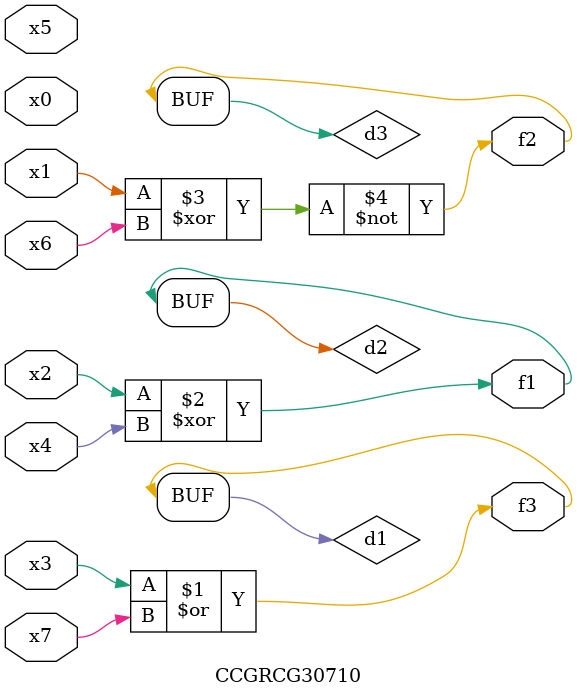
<source format=v>
module CCGRCG30710(
	input x0, x1, x2, x3, x4, x5, x6, x7,
	output f1, f2, f3
);

	wire d1, d2, d3;

	or (d1, x3, x7);
	xor (d2, x2, x4);
	xnor (d3, x1, x6);
	assign f1 = d2;
	assign f2 = d3;
	assign f3 = d1;
endmodule

</source>
